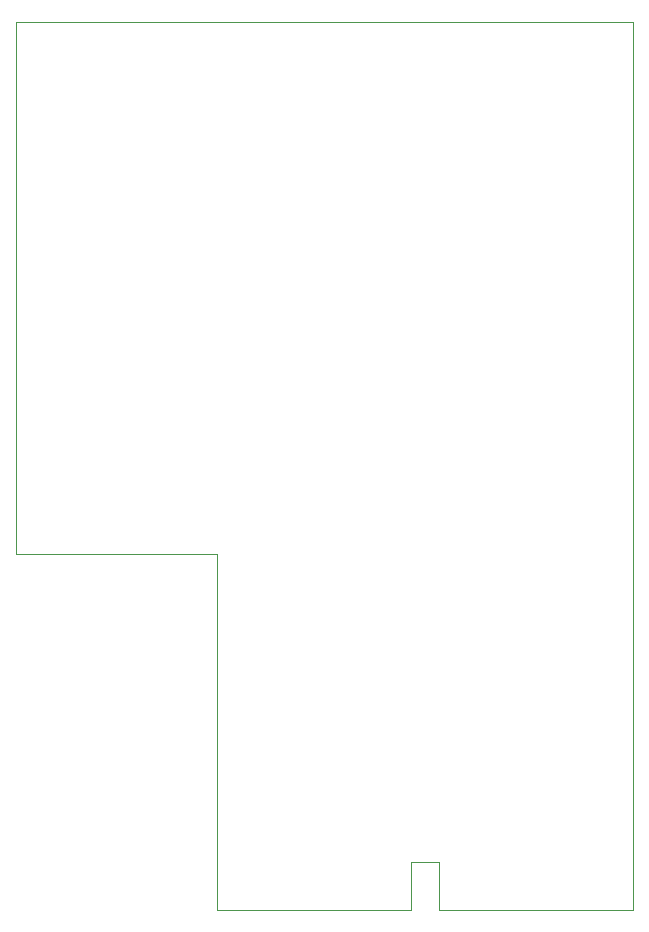
<source format=gbr>
%TF.GenerationSoftware,KiCad,Pcbnew,9.0.7*%
%TF.CreationDate,2026-02-02T12:57:02-08:00*%
%TF.ProjectId,foot-pedal-PCB,666f6f74-2d70-4656-9461-6c2d5043422e,rev?*%
%TF.SameCoordinates,Original*%
%TF.FileFunction,Profile,NP*%
%FSLAX46Y46*%
G04 Gerber Fmt 4.6, Leading zero omitted, Abs format (unit mm)*
G04 Created by KiCad (PCBNEW 9.0.7) date 2026-02-02 12:57:02*
%MOMM*%
%LPD*%
G01*
G04 APERTURE LIST*
%TA.AperFunction,Profile*%
%ADD10C,0.050000*%
%TD*%
G04 APERTURE END LIST*
D10*
X160600000Y-121800000D02*
X162900000Y-121800000D01*
X127100000Y-50700000D02*
X127100000Y-95700000D01*
X179400000Y-125800000D02*
X179400000Y-50700000D01*
X144100000Y-95700000D02*
X144100000Y-125800000D01*
X160600000Y-125800000D02*
X160600000Y-121800000D01*
X179400000Y-50700000D02*
X127100000Y-50700000D01*
X144100000Y-125800000D02*
X160600000Y-125800000D01*
X162900000Y-125800000D02*
X179400000Y-125800000D01*
X162900000Y-121800000D02*
X162900000Y-125800000D01*
X127100000Y-95700000D02*
X144100000Y-95700000D01*
M02*

</source>
